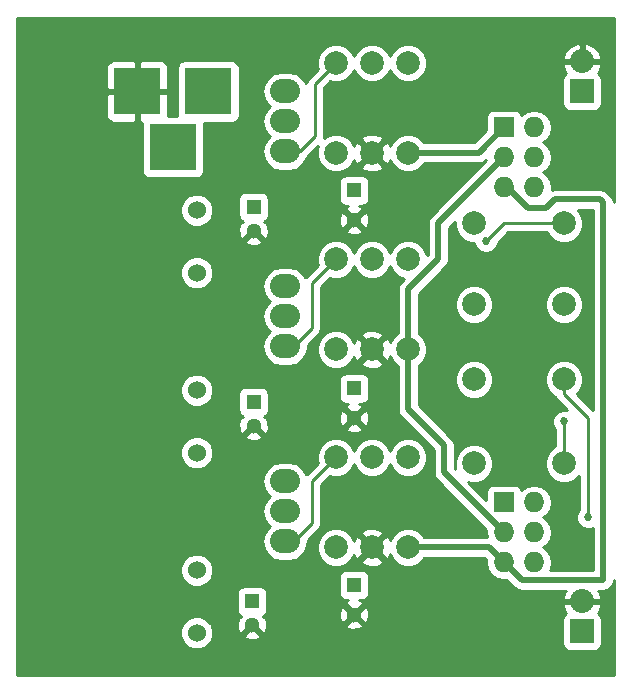
<source format=gbl>
G04 #@! TF.FileFunction,Copper,L2,Bot,Signal*
%FSLAX46Y46*%
G04 Gerber Fmt 4.6, Leading zero omitted, Abs format (unit mm)*
G04 Created by KiCad (PCBNEW 4.0.2-stable) date 2016-04-25 13:21:19*
%MOMM*%
G01*
G04 APERTURE LIST*
%ADD10C,0.100000*%
%ADD11C,1.998980*%
%ADD12R,1.300000X1.300000*%
%ADD13C,1.300000*%
%ADD14R,1.727200X1.727200*%
%ADD15O,1.727200X1.727200*%
%ADD16R,2.032000X2.032000*%
%ADD17O,2.032000X2.032000*%
%ADD18O,2.540000X2.032000*%
%ADD19C,1.524000*%
%ADD20R,4.000000X4.000000*%
%ADD21C,0.685800*%
%ADD22C,0.508000*%
%ADD23C,0.254000*%
G04 APERTURE END LIST*
D10*
D11*
X101092000Y-39116000D03*
X93472000Y-39116000D03*
D12*
X74803000Y-37719000D03*
D13*
X74803000Y-39719000D03*
D12*
X74803000Y-54229000D03*
D13*
X74803000Y-56229000D03*
D12*
X74676000Y-71120000D03*
D13*
X74676000Y-73120000D03*
D14*
X96012000Y-62738000D03*
D15*
X98552000Y-62738000D03*
X96012000Y-65278000D03*
X98552000Y-65278000D03*
X96012000Y-67818000D03*
X98552000Y-67818000D03*
D16*
X102616000Y-73660000D03*
D17*
X102616000Y-71120000D03*
D14*
X96012000Y-30988000D03*
D15*
X98552000Y-30988000D03*
X96012000Y-33528000D03*
X98552000Y-33528000D03*
X96012000Y-36068000D03*
X98552000Y-36068000D03*
D16*
X102616000Y-27940000D03*
D17*
X102616000Y-25400000D03*
D11*
X81788000Y-33147000D03*
X81788000Y-25527000D03*
X84836000Y-25527000D03*
X84836000Y-33147000D03*
X81788000Y-49784000D03*
X81788000Y-42164000D03*
X84836000Y-42164000D03*
X84836000Y-49784000D03*
X81788000Y-66548000D03*
X81788000Y-58928000D03*
X84836000Y-58928000D03*
X84836000Y-66548000D03*
X87884000Y-33147000D03*
X87884000Y-25527000D03*
X87884000Y-49784000D03*
X87884000Y-42164000D03*
X87884000Y-66548000D03*
X87884000Y-58928000D03*
X93472000Y-59436000D03*
X101092000Y-59436000D03*
X101092000Y-52324000D03*
X93472000Y-52324000D03*
X93472000Y-45974000D03*
X101092000Y-45974000D03*
D18*
X77470000Y-30480000D03*
X77470000Y-27940000D03*
X77470000Y-33020000D03*
X77470000Y-46990000D03*
X77470000Y-44450000D03*
X77470000Y-49530000D03*
X77470000Y-63500000D03*
X77470000Y-60960000D03*
X77470000Y-66040000D03*
D19*
X70000000Y-37990000D03*
X70000000Y-43290000D03*
X70000000Y-53230000D03*
X70000000Y-58530000D03*
X70000000Y-68470000D03*
X70000000Y-73770000D03*
D13*
X83312000Y-38822000D03*
D12*
X83312000Y-36322000D03*
D13*
X83312000Y-55586000D03*
D12*
X83312000Y-53086000D03*
D13*
X83312000Y-72223000D03*
D12*
X83312000Y-69723000D03*
D20*
X70970140Y-27940000D03*
X64970660Y-27940000D03*
X67970400Y-32639000D03*
D21*
X101600000Y-30988000D03*
X100584000Y-67564000D03*
X90424000Y-68072000D03*
X90424000Y-51308000D03*
X90424000Y-35052000D03*
X103124000Y-64008000D03*
X94488000Y-40640000D03*
X101092000Y-55880000D03*
D22*
X87884000Y-33147000D02*
X93853000Y-33147000D01*
X93853000Y-33147000D02*
X96012000Y-30988000D01*
X87884000Y-49784000D02*
X87884000Y-44704000D01*
X90424000Y-39116000D02*
X96012000Y-33528000D01*
X90424000Y-42164000D02*
X90424000Y-39116000D01*
X87884000Y-44704000D02*
X90424000Y-42164000D01*
X87884000Y-49784000D02*
X87884000Y-54864000D01*
X90932000Y-60198000D02*
X96012000Y-65278000D01*
X90932000Y-57912000D02*
X90932000Y-60198000D01*
X87884000Y-54864000D02*
X90932000Y-57912000D01*
X96012000Y-36068000D02*
X96266000Y-36068000D01*
X96266000Y-36068000D02*
X98044000Y-37846000D01*
X98044000Y-37846000D02*
X99568000Y-37846000D01*
X99568000Y-37846000D02*
X100330000Y-37084000D01*
X100330000Y-37084000D02*
X104140000Y-37084000D01*
X104140000Y-37084000D02*
X104394000Y-37338000D01*
X104394000Y-37338000D02*
X104394000Y-69342000D01*
X104394000Y-69342000D02*
X97536000Y-69342000D01*
X97536000Y-69342000D02*
X96012000Y-67818000D01*
X87884000Y-66548000D02*
X94742000Y-66548000D01*
X94742000Y-66548000D02*
X96012000Y-67818000D01*
D23*
X101092000Y-52324000D02*
X101092000Y-53594000D01*
X103124000Y-55626000D02*
X103124000Y-64008000D01*
X101092000Y-53594000D02*
X103124000Y-55626000D01*
X101092000Y-39116000D02*
X96012000Y-39116000D01*
X96012000Y-39116000D02*
X94488000Y-40640000D01*
X101092000Y-55880000D02*
X101092000Y-59436000D01*
X77470000Y-33020000D02*
X78740000Y-33020000D01*
X80010000Y-27305000D02*
X81788000Y-25527000D01*
X80010000Y-31750000D02*
X80010000Y-27305000D01*
X78740000Y-33020000D02*
X80010000Y-31750000D01*
X77470000Y-49530000D02*
X78232000Y-49530000D01*
X78232000Y-49530000D02*
X79756000Y-48006000D01*
X79756000Y-48006000D02*
X79756000Y-44196000D01*
X79756000Y-44196000D02*
X81788000Y-42164000D01*
X77470000Y-66040000D02*
X78232000Y-66040000D01*
X78232000Y-66040000D02*
X79756000Y-64516000D01*
X79756000Y-64516000D02*
X79756000Y-60960000D01*
X79756000Y-60960000D02*
X81788000Y-58928000D01*
G36*
X105283000Y-21744692D02*
X105283000Y-37338000D01*
X105215329Y-36997794D01*
X105022618Y-36709382D01*
X104768618Y-36455382D01*
X104698014Y-36408206D01*
X104480206Y-36262671D01*
X104140000Y-36195000D01*
X100330000Y-36195000D01*
X100043356Y-36252017D01*
X100079959Y-36068000D01*
X99965885Y-35494511D01*
X99641029Y-35008330D01*
X99326248Y-34798000D01*
X99641029Y-34587670D01*
X99965885Y-34101489D01*
X100079959Y-33528000D01*
X99965885Y-32954511D01*
X99641029Y-32468330D01*
X99326248Y-32258000D01*
X99641029Y-32047670D01*
X99965885Y-31561489D01*
X100079959Y-30988000D01*
X99965885Y-30414511D01*
X99641029Y-29928330D01*
X99154848Y-29603474D01*
X98581359Y-29489400D01*
X98522641Y-29489400D01*
X97949152Y-29603474D01*
X97483558Y-29914574D01*
X97478762Y-29889083D01*
X97339690Y-29672959D01*
X97127490Y-29527969D01*
X96875600Y-29476960D01*
X95148400Y-29476960D01*
X94913083Y-29521238D01*
X94696959Y-29660310D01*
X94551969Y-29872510D01*
X94500960Y-30124400D01*
X94500960Y-31241804D01*
X93484764Y-32258000D01*
X89285194Y-32258000D01*
X89270462Y-32222345D01*
X88811073Y-31762154D01*
X88210547Y-31512794D01*
X87560306Y-31512226D01*
X86959345Y-31760538D01*
X86499154Y-32219927D01*
X86365895Y-32540851D01*
X86254965Y-32273042D01*
X85988163Y-32174443D01*
X85015605Y-33147000D01*
X85988163Y-34119557D01*
X86254965Y-34020958D01*
X86359888Y-33738517D01*
X86497538Y-34071655D01*
X86956927Y-34531846D01*
X87557453Y-34781206D01*
X88207694Y-34781774D01*
X88808655Y-34533462D01*
X89268846Y-34074073D01*
X89284655Y-34036000D01*
X93853000Y-34036000D01*
X94193206Y-33968329D01*
X94481618Y-33775618D01*
X94524721Y-33732515D01*
X94528957Y-33753807D01*
X89795382Y-38487382D01*
X89602671Y-38775794D01*
X89535000Y-39116000D01*
X89535000Y-41795764D01*
X89510495Y-41820269D01*
X89270462Y-41239345D01*
X88811073Y-40779154D01*
X88210547Y-40529794D01*
X87560306Y-40529226D01*
X86959345Y-40777538D01*
X86499154Y-41236927D01*
X86359966Y-41572130D01*
X86222462Y-41239345D01*
X85763073Y-40779154D01*
X85162547Y-40529794D01*
X84512306Y-40529226D01*
X83911345Y-40777538D01*
X83451154Y-41236927D01*
X83311966Y-41572130D01*
X83174462Y-41239345D01*
X82715073Y-40779154D01*
X82114547Y-40529794D01*
X81464306Y-40529226D01*
X80863345Y-40777538D01*
X80403154Y-41236927D01*
X80153794Y-41837453D01*
X80153226Y-42487694D01*
X80221483Y-42652887D01*
X79217185Y-43657185D01*
X79198125Y-43685710D01*
X78928754Y-43282567D01*
X78393131Y-42924675D01*
X77761321Y-42799000D01*
X77178679Y-42799000D01*
X76546869Y-42924675D01*
X76011246Y-43282567D01*
X75653354Y-43818190D01*
X75527679Y-44450000D01*
X75653354Y-45081810D01*
X76011246Y-45617433D01*
X76164748Y-45720000D01*
X76011246Y-45822567D01*
X75653354Y-46358190D01*
X75527679Y-46990000D01*
X75653354Y-47621810D01*
X76011246Y-48157433D01*
X76164748Y-48260000D01*
X76011246Y-48362567D01*
X75653354Y-48898190D01*
X75527679Y-49530000D01*
X75653354Y-50161810D01*
X76011246Y-50697433D01*
X76546869Y-51055325D01*
X77178679Y-51181000D01*
X77761321Y-51181000D01*
X78393131Y-51055325D01*
X78928754Y-50697433D01*
X79286646Y-50161810D01*
X79297410Y-50107694D01*
X80153226Y-50107694D01*
X80401538Y-50708655D01*
X80860927Y-51168846D01*
X81461453Y-51418206D01*
X82111694Y-51418774D01*
X82712655Y-51170462D01*
X82947363Y-50936163D01*
X83863443Y-50936163D01*
X83962042Y-51202965D01*
X84571582Y-51429401D01*
X85221377Y-51405341D01*
X85709958Y-51202965D01*
X85808557Y-50936163D01*
X84836000Y-49963605D01*
X83863443Y-50936163D01*
X82947363Y-50936163D01*
X83172846Y-50711073D01*
X83306105Y-50390149D01*
X83417035Y-50657958D01*
X83683837Y-50756557D01*
X84656395Y-49784000D01*
X83683837Y-48811443D01*
X83417035Y-48910042D01*
X83312112Y-49192483D01*
X83174462Y-48859345D01*
X82947351Y-48631837D01*
X83863443Y-48631837D01*
X84836000Y-49604395D01*
X85808557Y-48631837D01*
X85709958Y-48365035D01*
X85100418Y-48138599D01*
X84450623Y-48162659D01*
X83962042Y-48365035D01*
X83863443Y-48631837D01*
X82947351Y-48631837D01*
X82715073Y-48399154D01*
X82114547Y-48149794D01*
X81464306Y-48149226D01*
X80863345Y-48397538D01*
X80403154Y-48856927D01*
X80153794Y-49457453D01*
X80153226Y-50107694D01*
X79297410Y-50107694D01*
X79412321Y-49530000D01*
X79395284Y-49444347D01*
X80294815Y-48544816D01*
X80459996Y-48297605D01*
X80518000Y-48006000D01*
X80518000Y-44511630D01*
X81298915Y-43730715D01*
X81461453Y-43798206D01*
X82111694Y-43798774D01*
X82712655Y-43550462D01*
X83172846Y-43091073D01*
X83312034Y-42755870D01*
X83449538Y-43088655D01*
X83908927Y-43548846D01*
X84509453Y-43798206D01*
X85159694Y-43798774D01*
X85760655Y-43550462D01*
X86220846Y-43091073D01*
X86360034Y-42755870D01*
X86497538Y-43088655D01*
X86956927Y-43548846D01*
X87539862Y-43790902D01*
X87255382Y-44075382D01*
X87062671Y-44363794D01*
X86995000Y-44704000D01*
X86995000Y-48382806D01*
X86959345Y-48397538D01*
X86499154Y-48856927D01*
X86365895Y-49177851D01*
X86254965Y-48910042D01*
X85988163Y-48811443D01*
X85015605Y-49784000D01*
X85988163Y-50756557D01*
X86254965Y-50657958D01*
X86359888Y-50375517D01*
X86497538Y-50708655D01*
X86956927Y-51168846D01*
X86995000Y-51184655D01*
X86995000Y-54864000D01*
X87062671Y-55204206D01*
X87196890Y-55405078D01*
X87255382Y-55492618D01*
X90043000Y-58280236D01*
X90043000Y-60198000D01*
X90110671Y-60538206D01*
X90299525Y-60820846D01*
X90303382Y-60826618D01*
X94528957Y-65052193D01*
X94484041Y-65278000D01*
X94559827Y-65659000D01*
X89285194Y-65659000D01*
X89270462Y-65623345D01*
X88811073Y-65163154D01*
X88210547Y-64913794D01*
X87560306Y-64913226D01*
X86959345Y-65161538D01*
X86499154Y-65620927D01*
X86365895Y-65941851D01*
X86254965Y-65674042D01*
X85988163Y-65575443D01*
X85015605Y-66548000D01*
X85988163Y-67520557D01*
X86254965Y-67421958D01*
X86359888Y-67139517D01*
X86497538Y-67472655D01*
X86956927Y-67932846D01*
X87557453Y-68182206D01*
X88207694Y-68182774D01*
X88808655Y-67934462D01*
X89268846Y-67475073D01*
X89284655Y-67437000D01*
X94373764Y-67437000D01*
X94528957Y-67592193D01*
X94484041Y-67818000D01*
X94598115Y-68391489D01*
X94922971Y-68877670D01*
X95409152Y-69202526D01*
X95982641Y-69316600D01*
X96041359Y-69316600D01*
X96218190Y-69281426D01*
X96907382Y-69970618D01*
X97195794Y-70163329D01*
X97536000Y-70231000D01*
X101232038Y-70231000D01*
X101209615Y-70255182D01*
X101010025Y-70737056D01*
X101129164Y-70993000D01*
X102489000Y-70993000D01*
X102489000Y-70973000D01*
X102743000Y-70973000D01*
X102743000Y-70993000D01*
X104102836Y-70993000D01*
X104221975Y-70737056D01*
X104022385Y-70255182D01*
X103999962Y-70231000D01*
X104394000Y-70231000D01*
X104734206Y-70163329D01*
X105022618Y-69970618D01*
X105215329Y-69682206D01*
X105283000Y-69342000D01*
X105283000Y-77315308D01*
X105264497Y-77343000D01*
X54737000Y-77343000D01*
X54737000Y-74046661D01*
X68602758Y-74046661D01*
X68814990Y-74560303D01*
X69207630Y-74953629D01*
X69720900Y-75166757D01*
X70276661Y-75167242D01*
X70790303Y-74955010D01*
X71183629Y-74562370D01*
X71396757Y-74049100D01*
X71396783Y-74019016D01*
X73956590Y-74019016D01*
X74012271Y-74249611D01*
X74495078Y-74417622D01*
X75005428Y-74388083D01*
X75339729Y-74249611D01*
X75395410Y-74019016D01*
X74676000Y-73299605D01*
X73956590Y-74019016D01*
X71396783Y-74019016D01*
X71397242Y-73493339D01*
X71185010Y-72979697D01*
X71144462Y-72939078D01*
X73378378Y-72939078D01*
X73407917Y-73449428D01*
X73546389Y-73783729D01*
X73776984Y-73839410D01*
X74496395Y-73120000D01*
X74482252Y-73105858D01*
X74661858Y-72926252D01*
X74676000Y-72940395D01*
X74690142Y-72926252D01*
X74869748Y-73105858D01*
X74855605Y-73120000D01*
X75575016Y-73839410D01*
X75805611Y-73783729D01*
X75973622Y-73300922D01*
X75963267Y-73122016D01*
X82592590Y-73122016D01*
X82648271Y-73352611D01*
X83131078Y-73520622D01*
X83641428Y-73491083D01*
X83975729Y-73352611D01*
X84031410Y-73122016D01*
X83312000Y-72402605D01*
X82592590Y-73122016D01*
X75963267Y-73122016D01*
X75944083Y-72790572D01*
X75805611Y-72456271D01*
X75575018Y-72400590D01*
X75676680Y-72298928D01*
X75777441Y-72234090D01*
X75908637Y-72042078D01*
X82014378Y-72042078D01*
X82043917Y-72552428D01*
X82182389Y-72886729D01*
X82412984Y-72942410D01*
X83132395Y-72223000D01*
X83491605Y-72223000D01*
X84211016Y-72942410D01*
X84441611Y-72886729D01*
X84526077Y-72644000D01*
X100952560Y-72644000D01*
X100952560Y-74676000D01*
X100996838Y-74911317D01*
X101135910Y-75127441D01*
X101348110Y-75272431D01*
X101600000Y-75323440D01*
X103632000Y-75323440D01*
X103867317Y-75279162D01*
X104083441Y-75140090D01*
X104228431Y-74927890D01*
X104279440Y-74676000D01*
X104279440Y-72644000D01*
X104235162Y-72408683D01*
X104096090Y-72192559D01*
X103933052Y-72081160D01*
X104022385Y-71984818D01*
X104221975Y-71502944D01*
X104102836Y-71247000D01*
X102743000Y-71247000D01*
X102743000Y-71267000D01*
X102489000Y-71267000D01*
X102489000Y-71247000D01*
X101129164Y-71247000D01*
X101010025Y-71502944D01*
X101209615Y-71984818D01*
X101300097Y-72082398D01*
X101148559Y-72179910D01*
X101003569Y-72392110D01*
X100952560Y-72644000D01*
X84526077Y-72644000D01*
X84609622Y-72403922D01*
X84580083Y-71893572D01*
X84441611Y-71559271D01*
X84211016Y-71503590D01*
X83491605Y-72223000D01*
X83132395Y-72223000D01*
X82412984Y-71503590D01*
X82182389Y-71559271D01*
X82014378Y-72042078D01*
X75908637Y-72042078D01*
X75922431Y-72021890D01*
X75973440Y-71770000D01*
X75973440Y-70470000D01*
X75929162Y-70234683D01*
X75790090Y-70018559D01*
X75577890Y-69873569D01*
X75326000Y-69822560D01*
X74026000Y-69822560D01*
X73790683Y-69866838D01*
X73574559Y-70005910D01*
X73429569Y-70218110D01*
X73378560Y-70470000D01*
X73378560Y-71770000D01*
X73422838Y-72005317D01*
X73561910Y-72221441D01*
X73675329Y-72298937D01*
X73776982Y-72400590D01*
X73546389Y-72456271D01*
X73378378Y-72939078D01*
X71144462Y-72939078D01*
X70792370Y-72586371D01*
X70279100Y-72373243D01*
X69723339Y-72372758D01*
X69209697Y-72584990D01*
X68816371Y-72977630D01*
X68603243Y-73490900D01*
X68602758Y-74046661D01*
X54737000Y-74046661D01*
X54737000Y-68746661D01*
X68602758Y-68746661D01*
X68814990Y-69260303D01*
X69207630Y-69653629D01*
X69720900Y-69866757D01*
X70276661Y-69867242D01*
X70790303Y-69655010D01*
X71183629Y-69262370D01*
X71262262Y-69073000D01*
X82014560Y-69073000D01*
X82014560Y-70373000D01*
X82058838Y-70608317D01*
X82197910Y-70824441D01*
X82410110Y-70969431D01*
X82662000Y-71020440D01*
X82824385Y-71020440D01*
X82648271Y-71093389D01*
X82592590Y-71323984D01*
X83312000Y-72043395D01*
X84031410Y-71323984D01*
X83975729Y-71093389D01*
X83766098Y-71020440D01*
X83962000Y-71020440D01*
X84197317Y-70976162D01*
X84413441Y-70837090D01*
X84558431Y-70624890D01*
X84609440Y-70373000D01*
X84609440Y-69073000D01*
X84565162Y-68837683D01*
X84426090Y-68621559D01*
X84213890Y-68476569D01*
X83962000Y-68425560D01*
X82662000Y-68425560D01*
X82426683Y-68469838D01*
X82210559Y-68608910D01*
X82065569Y-68821110D01*
X82014560Y-69073000D01*
X71262262Y-69073000D01*
X71396757Y-68749100D01*
X71397242Y-68193339D01*
X71185010Y-67679697D01*
X70792370Y-67286371D01*
X70279100Y-67073243D01*
X69723339Y-67072758D01*
X69209697Y-67284990D01*
X68816371Y-67677630D01*
X68603243Y-68190900D01*
X68602758Y-68746661D01*
X54737000Y-68746661D01*
X54737000Y-60960000D01*
X75527679Y-60960000D01*
X75653354Y-61591810D01*
X76011246Y-62127433D01*
X76164748Y-62230000D01*
X76011246Y-62332567D01*
X75653354Y-62868190D01*
X75527679Y-63500000D01*
X75653354Y-64131810D01*
X76011246Y-64667433D01*
X76164748Y-64770000D01*
X76011246Y-64872567D01*
X75653354Y-65408190D01*
X75527679Y-66040000D01*
X75653354Y-66671810D01*
X76011246Y-67207433D01*
X76546869Y-67565325D01*
X77178679Y-67691000D01*
X77761321Y-67691000D01*
X78393131Y-67565325D01*
X78928754Y-67207433D01*
X79153087Y-66871694D01*
X80153226Y-66871694D01*
X80401538Y-67472655D01*
X80860927Y-67932846D01*
X81461453Y-68182206D01*
X82111694Y-68182774D01*
X82712655Y-67934462D01*
X82947363Y-67700163D01*
X83863443Y-67700163D01*
X83962042Y-67966965D01*
X84571582Y-68193401D01*
X85221377Y-68169341D01*
X85709958Y-67966965D01*
X85808557Y-67700163D01*
X84836000Y-66727605D01*
X83863443Y-67700163D01*
X82947363Y-67700163D01*
X83172846Y-67475073D01*
X83306105Y-67154149D01*
X83417035Y-67421958D01*
X83683837Y-67520557D01*
X84656395Y-66548000D01*
X83683837Y-65575443D01*
X83417035Y-65674042D01*
X83312112Y-65956483D01*
X83174462Y-65623345D01*
X82947351Y-65395837D01*
X83863443Y-65395837D01*
X84836000Y-66368395D01*
X85808557Y-65395837D01*
X85709958Y-65129035D01*
X85100418Y-64902599D01*
X84450623Y-64926659D01*
X83962042Y-65129035D01*
X83863443Y-65395837D01*
X82947351Y-65395837D01*
X82715073Y-65163154D01*
X82114547Y-64913794D01*
X81464306Y-64913226D01*
X80863345Y-65161538D01*
X80403154Y-65620927D01*
X80153794Y-66221453D01*
X80153226Y-66871694D01*
X79153087Y-66871694D01*
X79286646Y-66671810D01*
X79412321Y-66040000D01*
X79395284Y-65954347D01*
X80294815Y-65054816D01*
X80459996Y-64807605D01*
X80479014Y-64711996D01*
X80518000Y-64516000D01*
X80518000Y-61275630D01*
X81298915Y-60494715D01*
X81461453Y-60562206D01*
X82111694Y-60562774D01*
X82712655Y-60314462D01*
X83172846Y-59855073D01*
X83312034Y-59519870D01*
X83449538Y-59852655D01*
X83908927Y-60312846D01*
X84509453Y-60562206D01*
X85159694Y-60562774D01*
X85760655Y-60314462D01*
X86220846Y-59855073D01*
X86360034Y-59519870D01*
X86497538Y-59852655D01*
X86956927Y-60312846D01*
X87557453Y-60562206D01*
X88207694Y-60562774D01*
X88808655Y-60314462D01*
X89268846Y-59855073D01*
X89518206Y-59254547D01*
X89518774Y-58604306D01*
X89270462Y-58003345D01*
X88811073Y-57543154D01*
X88210547Y-57293794D01*
X87560306Y-57293226D01*
X86959345Y-57541538D01*
X86499154Y-58000927D01*
X86359966Y-58336130D01*
X86222462Y-58003345D01*
X85763073Y-57543154D01*
X85162547Y-57293794D01*
X84512306Y-57293226D01*
X83911345Y-57541538D01*
X83451154Y-58000927D01*
X83311966Y-58336130D01*
X83174462Y-58003345D01*
X82715073Y-57543154D01*
X82114547Y-57293794D01*
X81464306Y-57293226D01*
X80863345Y-57541538D01*
X80403154Y-58000927D01*
X80153794Y-58601453D01*
X80153226Y-59251694D01*
X80221483Y-59416887D01*
X79290551Y-60347819D01*
X79286646Y-60328190D01*
X78928754Y-59792567D01*
X78393131Y-59434675D01*
X77761321Y-59309000D01*
X77178679Y-59309000D01*
X76546869Y-59434675D01*
X76011246Y-59792567D01*
X75653354Y-60328190D01*
X75527679Y-60960000D01*
X54737000Y-60960000D01*
X54737000Y-58806661D01*
X68602758Y-58806661D01*
X68814990Y-59320303D01*
X69207630Y-59713629D01*
X69720900Y-59926757D01*
X70276661Y-59927242D01*
X70790303Y-59715010D01*
X71183629Y-59322370D01*
X71396757Y-58809100D01*
X71397242Y-58253339D01*
X71185010Y-57739697D01*
X70792370Y-57346371D01*
X70279100Y-57133243D01*
X69723339Y-57132758D01*
X69209697Y-57344990D01*
X68816371Y-57737630D01*
X68603243Y-58250900D01*
X68602758Y-58806661D01*
X54737000Y-58806661D01*
X54737000Y-57128016D01*
X74083590Y-57128016D01*
X74139271Y-57358611D01*
X74622078Y-57526622D01*
X75132428Y-57497083D01*
X75466729Y-57358611D01*
X75522410Y-57128016D01*
X74803000Y-56408605D01*
X74083590Y-57128016D01*
X54737000Y-57128016D01*
X54737000Y-56048078D01*
X73505378Y-56048078D01*
X73534917Y-56558428D01*
X73673389Y-56892729D01*
X73903984Y-56948410D01*
X74623395Y-56229000D01*
X74609252Y-56214858D01*
X74788858Y-56035252D01*
X74803000Y-56049395D01*
X74817142Y-56035252D01*
X74996748Y-56214858D01*
X74982605Y-56229000D01*
X75702016Y-56948410D01*
X75932611Y-56892729D01*
X76074490Y-56485016D01*
X82592590Y-56485016D01*
X82648271Y-56715611D01*
X83131078Y-56883622D01*
X83641428Y-56854083D01*
X83975729Y-56715611D01*
X84031410Y-56485016D01*
X83312000Y-55765605D01*
X82592590Y-56485016D01*
X76074490Y-56485016D01*
X76100622Y-56409922D01*
X76071083Y-55899572D01*
X75932611Y-55565271D01*
X75702018Y-55509590D01*
X75803680Y-55407928D01*
X75808109Y-55405078D01*
X82014378Y-55405078D01*
X82043917Y-55915428D01*
X82182389Y-56249729D01*
X82412984Y-56305410D01*
X83132395Y-55586000D01*
X83491605Y-55586000D01*
X84211016Y-56305410D01*
X84441611Y-56249729D01*
X84609622Y-55766922D01*
X84580083Y-55256572D01*
X84441611Y-54922271D01*
X84211016Y-54866590D01*
X83491605Y-55586000D01*
X83132395Y-55586000D01*
X82412984Y-54866590D01*
X82182389Y-54922271D01*
X82014378Y-55405078D01*
X75808109Y-55405078D01*
X75904441Y-55343090D01*
X76049431Y-55130890D01*
X76100440Y-54879000D01*
X76100440Y-53579000D01*
X76056162Y-53343683D01*
X75917090Y-53127559D01*
X75704890Y-52982569D01*
X75453000Y-52931560D01*
X74153000Y-52931560D01*
X73917683Y-52975838D01*
X73701559Y-53114910D01*
X73556569Y-53327110D01*
X73505560Y-53579000D01*
X73505560Y-54879000D01*
X73549838Y-55114317D01*
X73688910Y-55330441D01*
X73802329Y-55407937D01*
X73903982Y-55509590D01*
X73673389Y-55565271D01*
X73505378Y-56048078D01*
X54737000Y-56048078D01*
X54737000Y-53506661D01*
X68602758Y-53506661D01*
X68814990Y-54020303D01*
X69207630Y-54413629D01*
X69720900Y-54626757D01*
X70276661Y-54627242D01*
X70790303Y-54415010D01*
X71183629Y-54022370D01*
X71396757Y-53509100D01*
X71397242Y-52953339D01*
X71185010Y-52439697D01*
X71181320Y-52436000D01*
X82014560Y-52436000D01*
X82014560Y-53736000D01*
X82058838Y-53971317D01*
X82197910Y-54187441D01*
X82410110Y-54332431D01*
X82662000Y-54383440D01*
X82824385Y-54383440D01*
X82648271Y-54456389D01*
X82592590Y-54686984D01*
X83312000Y-55406395D01*
X84031410Y-54686984D01*
X83975729Y-54456389D01*
X83766098Y-54383440D01*
X83962000Y-54383440D01*
X84197317Y-54339162D01*
X84413441Y-54200090D01*
X84558431Y-53987890D01*
X84609440Y-53736000D01*
X84609440Y-52436000D01*
X84565162Y-52200683D01*
X84426090Y-51984559D01*
X84213890Y-51839569D01*
X83962000Y-51788560D01*
X82662000Y-51788560D01*
X82426683Y-51832838D01*
X82210559Y-51971910D01*
X82065569Y-52184110D01*
X82014560Y-52436000D01*
X71181320Y-52436000D01*
X70792370Y-52046371D01*
X70279100Y-51833243D01*
X69723339Y-51832758D01*
X69209697Y-52044990D01*
X68816371Y-52437630D01*
X68603243Y-52950900D01*
X68602758Y-53506661D01*
X54737000Y-53506661D01*
X54737000Y-43566661D01*
X68602758Y-43566661D01*
X68814990Y-44080303D01*
X69207630Y-44473629D01*
X69720900Y-44686757D01*
X70276661Y-44687242D01*
X70790303Y-44475010D01*
X71183629Y-44082370D01*
X71396757Y-43569100D01*
X71397242Y-43013339D01*
X71185010Y-42499697D01*
X70792370Y-42106371D01*
X70279100Y-41893243D01*
X69723339Y-41892758D01*
X69209697Y-42104990D01*
X68816371Y-42497630D01*
X68603243Y-43010900D01*
X68602758Y-43566661D01*
X54737000Y-43566661D01*
X54737000Y-40618016D01*
X74083590Y-40618016D01*
X74139271Y-40848611D01*
X74622078Y-41016622D01*
X75132428Y-40987083D01*
X75466729Y-40848611D01*
X75522410Y-40618016D01*
X74803000Y-39898605D01*
X74083590Y-40618016D01*
X54737000Y-40618016D01*
X54737000Y-39538078D01*
X73505378Y-39538078D01*
X73534917Y-40048428D01*
X73673389Y-40382729D01*
X73903984Y-40438410D01*
X74623395Y-39719000D01*
X74609252Y-39704858D01*
X74788858Y-39525252D01*
X74803000Y-39539395D01*
X74817142Y-39525252D01*
X74996748Y-39704858D01*
X74982605Y-39719000D01*
X75702016Y-40438410D01*
X75932611Y-40382729D01*
X76100622Y-39899922D01*
X76090267Y-39721016D01*
X82592590Y-39721016D01*
X82648271Y-39951611D01*
X83131078Y-40119622D01*
X83641428Y-40090083D01*
X83975729Y-39951611D01*
X84031410Y-39721016D01*
X83312000Y-39001605D01*
X82592590Y-39721016D01*
X76090267Y-39721016D01*
X76071083Y-39389572D01*
X75932611Y-39055271D01*
X75702018Y-38999590D01*
X75803680Y-38897928D01*
X75904441Y-38833090D01*
X76035637Y-38641078D01*
X82014378Y-38641078D01*
X82043917Y-39151428D01*
X82182389Y-39485729D01*
X82412984Y-39541410D01*
X83132395Y-38822000D01*
X83491605Y-38822000D01*
X84211016Y-39541410D01*
X84441611Y-39485729D01*
X84609622Y-39002922D01*
X84580083Y-38492572D01*
X84441611Y-38158271D01*
X84211016Y-38102590D01*
X83491605Y-38822000D01*
X83132395Y-38822000D01*
X82412984Y-38102590D01*
X82182389Y-38158271D01*
X82014378Y-38641078D01*
X76035637Y-38641078D01*
X76049431Y-38620890D01*
X76100440Y-38369000D01*
X76100440Y-37069000D01*
X76056162Y-36833683D01*
X75917090Y-36617559D01*
X75704890Y-36472569D01*
X75453000Y-36421560D01*
X74153000Y-36421560D01*
X73917683Y-36465838D01*
X73701559Y-36604910D01*
X73556569Y-36817110D01*
X73505560Y-37069000D01*
X73505560Y-38369000D01*
X73549838Y-38604317D01*
X73688910Y-38820441D01*
X73802329Y-38897937D01*
X73903982Y-38999590D01*
X73673389Y-39055271D01*
X73505378Y-39538078D01*
X54737000Y-39538078D01*
X54737000Y-38266661D01*
X68602758Y-38266661D01*
X68814990Y-38780303D01*
X69207630Y-39173629D01*
X69720900Y-39386757D01*
X70276661Y-39387242D01*
X70790303Y-39175010D01*
X71183629Y-38782370D01*
X71396757Y-38269100D01*
X71397242Y-37713339D01*
X71185010Y-37199697D01*
X70792370Y-36806371D01*
X70279100Y-36593243D01*
X69723339Y-36592758D01*
X69209697Y-36804990D01*
X68816371Y-37197630D01*
X68603243Y-37710900D01*
X68602758Y-38266661D01*
X54737000Y-38266661D01*
X54737000Y-35672000D01*
X82014560Y-35672000D01*
X82014560Y-36972000D01*
X82058838Y-37207317D01*
X82197910Y-37423441D01*
X82410110Y-37568431D01*
X82662000Y-37619440D01*
X82824385Y-37619440D01*
X82648271Y-37692389D01*
X82592590Y-37922984D01*
X83312000Y-38642395D01*
X84031410Y-37922984D01*
X83975729Y-37692389D01*
X83766098Y-37619440D01*
X83962000Y-37619440D01*
X84197317Y-37575162D01*
X84413441Y-37436090D01*
X84558431Y-37223890D01*
X84609440Y-36972000D01*
X84609440Y-35672000D01*
X84565162Y-35436683D01*
X84426090Y-35220559D01*
X84213890Y-35075569D01*
X83962000Y-35024560D01*
X82662000Y-35024560D01*
X82426683Y-35068838D01*
X82210559Y-35207910D01*
X82065569Y-35420110D01*
X82014560Y-35672000D01*
X54737000Y-35672000D01*
X54737000Y-28225750D01*
X62335660Y-28225750D01*
X62335660Y-30066310D01*
X62432333Y-30299699D01*
X62610962Y-30478327D01*
X62844351Y-30575000D01*
X64684910Y-30575000D01*
X64843660Y-30416250D01*
X64843660Y-28067000D01*
X65097660Y-28067000D01*
X65097660Y-30416250D01*
X65256410Y-30575000D01*
X65335920Y-30575000D01*
X65322960Y-30639000D01*
X65322960Y-34639000D01*
X65367238Y-34874317D01*
X65506310Y-35090441D01*
X65718510Y-35235431D01*
X65970400Y-35286440D01*
X69970400Y-35286440D01*
X70205717Y-35242162D01*
X70421841Y-35103090D01*
X70566831Y-34890890D01*
X70617840Y-34639000D01*
X70617840Y-30639000D01*
X70608138Y-30587440D01*
X72970140Y-30587440D01*
X73205457Y-30543162D01*
X73421581Y-30404090D01*
X73566571Y-30191890D01*
X73617580Y-29940000D01*
X73617580Y-27940000D01*
X75527679Y-27940000D01*
X75653354Y-28571810D01*
X76011246Y-29107433D01*
X76164748Y-29210000D01*
X76011246Y-29312567D01*
X75653354Y-29848190D01*
X75527679Y-30480000D01*
X75653354Y-31111810D01*
X76011246Y-31647433D01*
X76164748Y-31750000D01*
X76011246Y-31852567D01*
X75653354Y-32388190D01*
X75527679Y-33020000D01*
X75653354Y-33651810D01*
X76011246Y-34187433D01*
X76546869Y-34545325D01*
X77178679Y-34671000D01*
X77761321Y-34671000D01*
X78393131Y-34545325D01*
X78928754Y-34187433D01*
X79286646Y-33651810D01*
X79311681Y-33525949D01*
X80250804Y-32586827D01*
X80153794Y-32820453D01*
X80153226Y-33470694D01*
X80401538Y-34071655D01*
X80860927Y-34531846D01*
X81461453Y-34781206D01*
X82111694Y-34781774D01*
X82712655Y-34533462D01*
X82947363Y-34299163D01*
X83863443Y-34299163D01*
X83962042Y-34565965D01*
X84571582Y-34792401D01*
X85221377Y-34768341D01*
X85709958Y-34565965D01*
X85808557Y-34299163D01*
X84836000Y-33326605D01*
X83863443Y-34299163D01*
X82947363Y-34299163D01*
X83172846Y-34074073D01*
X83306105Y-33753149D01*
X83417035Y-34020958D01*
X83683837Y-34119557D01*
X84656395Y-33147000D01*
X83683837Y-32174443D01*
X83417035Y-32273042D01*
X83312112Y-32555483D01*
X83174462Y-32222345D01*
X82947351Y-31994837D01*
X83863443Y-31994837D01*
X84836000Y-32967395D01*
X85808557Y-31994837D01*
X85709958Y-31728035D01*
X85100418Y-31501599D01*
X84450623Y-31525659D01*
X83962042Y-31728035D01*
X83863443Y-31994837D01*
X82947351Y-31994837D01*
X82715073Y-31762154D01*
X82114547Y-31512794D01*
X81464306Y-31512226D01*
X80863345Y-31760538D01*
X80746753Y-31876927D01*
X80772000Y-31750000D01*
X80772000Y-27620630D01*
X81298916Y-27093715D01*
X81461453Y-27161206D01*
X82111694Y-27161774D01*
X82712655Y-26913462D01*
X83172846Y-26454073D01*
X83312034Y-26118870D01*
X83449538Y-26451655D01*
X83908927Y-26911846D01*
X84509453Y-27161206D01*
X85159694Y-27161774D01*
X85760655Y-26913462D01*
X86220846Y-26454073D01*
X86360034Y-26118870D01*
X86497538Y-26451655D01*
X86956927Y-26911846D01*
X87557453Y-27161206D01*
X88207694Y-27161774D01*
X88783151Y-26924000D01*
X100952560Y-26924000D01*
X100952560Y-28956000D01*
X100996838Y-29191317D01*
X101135910Y-29407441D01*
X101348110Y-29552431D01*
X101600000Y-29603440D01*
X103632000Y-29603440D01*
X103867317Y-29559162D01*
X104083441Y-29420090D01*
X104228431Y-29207890D01*
X104279440Y-28956000D01*
X104279440Y-26924000D01*
X104235162Y-26688683D01*
X104096090Y-26472559D01*
X103933052Y-26361160D01*
X104022385Y-26264818D01*
X104221975Y-25782944D01*
X104102836Y-25527000D01*
X102743000Y-25527000D01*
X102743000Y-25547000D01*
X102489000Y-25547000D01*
X102489000Y-25527000D01*
X101129164Y-25527000D01*
X101010025Y-25782944D01*
X101209615Y-26264818D01*
X101300097Y-26362398D01*
X101148559Y-26459910D01*
X101003569Y-26672110D01*
X100952560Y-26924000D01*
X88783151Y-26924000D01*
X88808655Y-26913462D01*
X89268846Y-26454073D01*
X89518206Y-25853547D01*
X89518774Y-25203306D01*
X89441818Y-25017056D01*
X101010025Y-25017056D01*
X101129164Y-25273000D01*
X102489000Y-25273000D01*
X102489000Y-23912633D01*
X102743000Y-23912633D01*
X102743000Y-25273000D01*
X104102836Y-25273000D01*
X104221975Y-25017056D01*
X104022385Y-24535182D01*
X103584379Y-24062812D01*
X102998946Y-23794017D01*
X102743000Y-23912633D01*
X102489000Y-23912633D01*
X102233054Y-23794017D01*
X101647621Y-24062812D01*
X101209615Y-24535182D01*
X101010025Y-25017056D01*
X89441818Y-25017056D01*
X89270462Y-24602345D01*
X88811073Y-24142154D01*
X88210547Y-23892794D01*
X87560306Y-23892226D01*
X86959345Y-24140538D01*
X86499154Y-24599927D01*
X86359966Y-24935130D01*
X86222462Y-24602345D01*
X85763073Y-24142154D01*
X85162547Y-23892794D01*
X84512306Y-23892226D01*
X83911345Y-24140538D01*
X83451154Y-24599927D01*
X83311966Y-24935130D01*
X83174462Y-24602345D01*
X82715073Y-24142154D01*
X82114547Y-23892794D01*
X81464306Y-23892226D01*
X80863345Y-24140538D01*
X80403154Y-24599927D01*
X80153794Y-25200453D01*
X80153226Y-25850694D01*
X80221482Y-26015887D01*
X79471185Y-26766185D01*
X79306004Y-27013395D01*
X79256377Y-27262889D01*
X78928754Y-26772567D01*
X78393131Y-26414675D01*
X77761321Y-26289000D01*
X77178679Y-26289000D01*
X76546869Y-26414675D01*
X76011246Y-26772567D01*
X75653354Y-27308190D01*
X75527679Y-27940000D01*
X73617580Y-27940000D01*
X73617580Y-25940000D01*
X73573302Y-25704683D01*
X73434230Y-25488559D01*
X73222030Y-25343569D01*
X72970140Y-25292560D01*
X68970140Y-25292560D01*
X68734823Y-25336838D01*
X68518699Y-25475910D01*
X68373709Y-25688110D01*
X68322700Y-25940000D01*
X68322700Y-29940000D01*
X68332402Y-29991560D01*
X67605660Y-29991560D01*
X67605660Y-28225750D01*
X67446910Y-28067000D01*
X65097660Y-28067000D01*
X64843660Y-28067000D01*
X62494410Y-28067000D01*
X62335660Y-28225750D01*
X54737000Y-28225750D01*
X54737000Y-25813690D01*
X62335660Y-25813690D01*
X62335660Y-27654250D01*
X62494410Y-27813000D01*
X64843660Y-27813000D01*
X64843660Y-25463750D01*
X65097660Y-25463750D01*
X65097660Y-27813000D01*
X67446910Y-27813000D01*
X67605660Y-27654250D01*
X67605660Y-25813690D01*
X67508987Y-25580301D01*
X67330358Y-25401673D01*
X67096969Y-25305000D01*
X65256410Y-25305000D01*
X65097660Y-25463750D01*
X64843660Y-25463750D01*
X64684910Y-25305000D01*
X62844351Y-25305000D01*
X62610962Y-25401673D01*
X62432333Y-25580301D01*
X62335660Y-25813690D01*
X54737000Y-25813690D01*
X54737000Y-21717000D01*
X105264497Y-21717000D01*
X105283000Y-21744692D01*
X105283000Y-21744692D01*
G37*
X105283000Y-21744692D02*
X105283000Y-37338000D01*
X105215329Y-36997794D01*
X105022618Y-36709382D01*
X104768618Y-36455382D01*
X104698014Y-36408206D01*
X104480206Y-36262671D01*
X104140000Y-36195000D01*
X100330000Y-36195000D01*
X100043356Y-36252017D01*
X100079959Y-36068000D01*
X99965885Y-35494511D01*
X99641029Y-35008330D01*
X99326248Y-34798000D01*
X99641029Y-34587670D01*
X99965885Y-34101489D01*
X100079959Y-33528000D01*
X99965885Y-32954511D01*
X99641029Y-32468330D01*
X99326248Y-32258000D01*
X99641029Y-32047670D01*
X99965885Y-31561489D01*
X100079959Y-30988000D01*
X99965885Y-30414511D01*
X99641029Y-29928330D01*
X99154848Y-29603474D01*
X98581359Y-29489400D01*
X98522641Y-29489400D01*
X97949152Y-29603474D01*
X97483558Y-29914574D01*
X97478762Y-29889083D01*
X97339690Y-29672959D01*
X97127490Y-29527969D01*
X96875600Y-29476960D01*
X95148400Y-29476960D01*
X94913083Y-29521238D01*
X94696959Y-29660310D01*
X94551969Y-29872510D01*
X94500960Y-30124400D01*
X94500960Y-31241804D01*
X93484764Y-32258000D01*
X89285194Y-32258000D01*
X89270462Y-32222345D01*
X88811073Y-31762154D01*
X88210547Y-31512794D01*
X87560306Y-31512226D01*
X86959345Y-31760538D01*
X86499154Y-32219927D01*
X86365895Y-32540851D01*
X86254965Y-32273042D01*
X85988163Y-32174443D01*
X85015605Y-33147000D01*
X85988163Y-34119557D01*
X86254965Y-34020958D01*
X86359888Y-33738517D01*
X86497538Y-34071655D01*
X86956927Y-34531846D01*
X87557453Y-34781206D01*
X88207694Y-34781774D01*
X88808655Y-34533462D01*
X89268846Y-34074073D01*
X89284655Y-34036000D01*
X93853000Y-34036000D01*
X94193206Y-33968329D01*
X94481618Y-33775618D01*
X94524721Y-33732515D01*
X94528957Y-33753807D01*
X89795382Y-38487382D01*
X89602671Y-38775794D01*
X89535000Y-39116000D01*
X89535000Y-41795764D01*
X89510495Y-41820269D01*
X89270462Y-41239345D01*
X88811073Y-40779154D01*
X88210547Y-40529794D01*
X87560306Y-40529226D01*
X86959345Y-40777538D01*
X86499154Y-41236927D01*
X86359966Y-41572130D01*
X86222462Y-41239345D01*
X85763073Y-40779154D01*
X85162547Y-40529794D01*
X84512306Y-40529226D01*
X83911345Y-40777538D01*
X83451154Y-41236927D01*
X83311966Y-41572130D01*
X83174462Y-41239345D01*
X82715073Y-40779154D01*
X82114547Y-40529794D01*
X81464306Y-40529226D01*
X80863345Y-40777538D01*
X80403154Y-41236927D01*
X80153794Y-41837453D01*
X80153226Y-42487694D01*
X80221483Y-42652887D01*
X79217185Y-43657185D01*
X79198125Y-43685710D01*
X78928754Y-43282567D01*
X78393131Y-42924675D01*
X77761321Y-42799000D01*
X77178679Y-42799000D01*
X76546869Y-42924675D01*
X76011246Y-43282567D01*
X75653354Y-43818190D01*
X75527679Y-44450000D01*
X75653354Y-45081810D01*
X76011246Y-45617433D01*
X76164748Y-45720000D01*
X76011246Y-45822567D01*
X75653354Y-46358190D01*
X75527679Y-46990000D01*
X75653354Y-47621810D01*
X76011246Y-48157433D01*
X76164748Y-48260000D01*
X76011246Y-48362567D01*
X75653354Y-48898190D01*
X75527679Y-49530000D01*
X75653354Y-50161810D01*
X76011246Y-50697433D01*
X76546869Y-51055325D01*
X77178679Y-51181000D01*
X77761321Y-51181000D01*
X78393131Y-51055325D01*
X78928754Y-50697433D01*
X79286646Y-50161810D01*
X79297410Y-50107694D01*
X80153226Y-50107694D01*
X80401538Y-50708655D01*
X80860927Y-51168846D01*
X81461453Y-51418206D01*
X82111694Y-51418774D01*
X82712655Y-51170462D01*
X82947363Y-50936163D01*
X83863443Y-50936163D01*
X83962042Y-51202965D01*
X84571582Y-51429401D01*
X85221377Y-51405341D01*
X85709958Y-51202965D01*
X85808557Y-50936163D01*
X84836000Y-49963605D01*
X83863443Y-50936163D01*
X82947363Y-50936163D01*
X83172846Y-50711073D01*
X83306105Y-50390149D01*
X83417035Y-50657958D01*
X83683837Y-50756557D01*
X84656395Y-49784000D01*
X83683837Y-48811443D01*
X83417035Y-48910042D01*
X83312112Y-49192483D01*
X83174462Y-48859345D01*
X82947351Y-48631837D01*
X83863443Y-48631837D01*
X84836000Y-49604395D01*
X85808557Y-48631837D01*
X85709958Y-48365035D01*
X85100418Y-48138599D01*
X84450623Y-48162659D01*
X83962042Y-48365035D01*
X83863443Y-48631837D01*
X82947351Y-48631837D01*
X82715073Y-48399154D01*
X82114547Y-48149794D01*
X81464306Y-48149226D01*
X80863345Y-48397538D01*
X80403154Y-48856927D01*
X80153794Y-49457453D01*
X80153226Y-50107694D01*
X79297410Y-50107694D01*
X79412321Y-49530000D01*
X79395284Y-49444347D01*
X80294815Y-48544816D01*
X80459996Y-48297605D01*
X80518000Y-48006000D01*
X80518000Y-44511630D01*
X81298915Y-43730715D01*
X81461453Y-43798206D01*
X82111694Y-43798774D01*
X82712655Y-43550462D01*
X83172846Y-43091073D01*
X83312034Y-42755870D01*
X83449538Y-43088655D01*
X83908927Y-43548846D01*
X84509453Y-43798206D01*
X85159694Y-43798774D01*
X85760655Y-43550462D01*
X86220846Y-43091073D01*
X86360034Y-42755870D01*
X86497538Y-43088655D01*
X86956927Y-43548846D01*
X87539862Y-43790902D01*
X87255382Y-44075382D01*
X87062671Y-44363794D01*
X86995000Y-44704000D01*
X86995000Y-48382806D01*
X86959345Y-48397538D01*
X86499154Y-48856927D01*
X86365895Y-49177851D01*
X86254965Y-48910042D01*
X85988163Y-48811443D01*
X85015605Y-49784000D01*
X85988163Y-50756557D01*
X86254965Y-50657958D01*
X86359888Y-50375517D01*
X86497538Y-50708655D01*
X86956927Y-51168846D01*
X86995000Y-51184655D01*
X86995000Y-54864000D01*
X87062671Y-55204206D01*
X87196890Y-55405078D01*
X87255382Y-55492618D01*
X90043000Y-58280236D01*
X90043000Y-60198000D01*
X90110671Y-60538206D01*
X90299525Y-60820846D01*
X90303382Y-60826618D01*
X94528957Y-65052193D01*
X94484041Y-65278000D01*
X94559827Y-65659000D01*
X89285194Y-65659000D01*
X89270462Y-65623345D01*
X88811073Y-65163154D01*
X88210547Y-64913794D01*
X87560306Y-64913226D01*
X86959345Y-65161538D01*
X86499154Y-65620927D01*
X86365895Y-65941851D01*
X86254965Y-65674042D01*
X85988163Y-65575443D01*
X85015605Y-66548000D01*
X85988163Y-67520557D01*
X86254965Y-67421958D01*
X86359888Y-67139517D01*
X86497538Y-67472655D01*
X86956927Y-67932846D01*
X87557453Y-68182206D01*
X88207694Y-68182774D01*
X88808655Y-67934462D01*
X89268846Y-67475073D01*
X89284655Y-67437000D01*
X94373764Y-67437000D01*
X94528957Y-67592193D01*
X94484041Y-67818000D01*
X94598115Y-68391489D01*
X94922971Y-68877670D01*
X95409152Y-69202526D01*
X95982641Y-69316600D01*
X96041359Y-69316600D01*
X96218190Y-69281426D01*
X96907382Y-69970618D01*
X97195794Y-70163329D01*
X97536000Y-70231000D01*
X101232038Y-70231000D01*
X101209615Y-70255182D01*
X101010025Y-70737056D01*
X101129164Y-70993000D01*
X102489000Y-70993000D01*
X102489000Y-70973000D01*
X102743000Y-70973000D01*
X102743000Y-70993000D01*
X104102836Y-70993000D01*
X104221975Y-70737056D01*
X104022385Y-70255182D01*
X103999962Y-70231000D01*
X104394000Y-70231000D01*
X104734206Y-70163329D01*
X105022618Y-69970618D01*
X105215329Y-69682206D01*
X105283000Y-69342000D01*
X105283000Y-77315308D01*
X105264497Y-77343000D01*
X54737000Y-77343000D01*
X54737000Y-74046661D01*
X68602758Y-74046661D01*
X68814990Y-74560303D01*
X69207630Y-74953629D01*
X69720900Y-75166757D01*
X70276661Y-75167242D01*
X70790303Y-74955010D01*
X71183629Y-74562370D01*
X71396757Y-74049100D01*
X71396783Y-74019016D01*
X73956590Y-74019016D01*
X74012271Y-74249611D01*
X74495078Y-74417622D01*
X75005428Y-74388083D01*
X75339729Y-74249611D01*
X75395410Y-74019016D01*
X74676000Y-73299605D01*
X73956590Y-74019016D01*
X71396783Y-74019016D01*
X71397242Y-73493339D01*
X71185010Y-72979697D01*
X71144462Y-72939078D01*
X73378378Y-72939078D01*
X73407917Y-73449428D01*
X73546389Y-73783729D01*
X73776984Y-73839410D01*
X74496395Y-73120000D01*
X74482252Y-73105858D01*
X74661858Y-72926252D01*
X74676000Y-72940395D01*
X74690142Y-72926252D01*
X74869748Y-73105858D01*
X74855605Y-73120000D01*
X75575016Y-73839410D01*
X75805611Y-73783729D01*
X75973622Y-73300922D01*
X75963267Y-73122016D01*
X82592590Y-73122016D01*
X82648271Y-73352611D01*
X83131078Y-73520622D01*
X83641428Y-73491083D01*
X83975729Y-73352611D01*
X84031410Y-73122016D01*
X83312000Y-72402605D01*
X82592590Y-73122016D01*
X75963267Y-73122016D01*
X75944083Y-72790572D01*
X75805611Y-72456271D01*
X75575018Y-72400590D01*
X75676680Y-72298928D01*
X75777441Y-72234090D01*
X75908637Y-72042078D01*
X82014378Y-72042078D01*
X82043917Y-72552428D01*
X82182389Y-72886729D01*
X82412984Y-72942410D01*
X83132395Y-72223000D01*
X83491605Y-72223000D01*
X84211016Y-72942410D01*
X84441611Y-72886729D01*
X84526077Y-72644000D01*
X100952560Y-72644000D01*
X100952560Y-74676000D01*
X100996838Y-74911317D01*
X101135910Y-75127441D01*
X101348110Y-75272431D01*
X101600000Y-75323440D01*
X103632000Y-75323440D01*
X103867317Y-75279162D01*
X104083441Y-75140090D01*
X104228431Y-74927890D01*
X104279440Y-74676000D01*
X104279440Y-72644000D01*
X104235162Y-72408683D01*
X104096090Y-72192559D01*
X103933052Y-72081160D01*
X104022385Y-71984818D01*
X104221975Y-71502944D01*
X104102836Y-71247000D01*
X102743000Y-71247000D01*
X102743000Y-71267000D01*
X102489000Y-71267000D01*
X102489000Y-71247000D01*
X101129164Y-71247000D01*
X101010025Y-71502944D01*
X101209615Y-71984818D01*
X101300097Y-72082398D01*
X101148559Y-72179910D01*
X101003569Y-72392110D01*
X100952560Y-72644000D01*
X84526077Y-72644000D01*
X84609622Y-72403922D01*
X84580083Y-71893572D01*
X84441611Y-71559271D01*
X84211016Y-71503590D01*
X83491605Y-72223000D01*
X83132395Y-72223000D01*
X82412984Y-71503590D01*
X82182389Y-71559271D01*
X82014378Y-72042078D01*
X75908637Y-72042078D01*
X75922431Y-72021890D01*
X75973440Y-71770000D01*
X75973440Y-70470000D01*
X75929162Y-70234683D01*
X75790090Y-70018559D01*
X75577890Y-69873569D01*
X75326000Y-69822560D01*
X74026000Y-69822560D01*
X73790683Y-69866838D01*
X73574559Y-70005910D01*
X73429569Y-70218110D01*
X73378560Y-70470000D01*
X73378560Y-71770000D01*
X73422838Y-72005317D01*
X73561910Y-72221441D01*
X73675329Y-72298937D01*
X73776982Y-72400590D01*
X73546389Y-72456271D01*
X73378378Y-72939078D01*
X71144462Y-72939078D01*
X70792370Y-72586371D01*
X70279100Y-72373243D01*
X69723339Y-72372758D01*
X69209697Y-72584990D01*
X68816371Y-72977630D01*
X68603243Y-73490900D01*
X68602758Y-74046661D01*
X54737000Y-74046661D01*
X54737000Y-68746661D01*
X68602758Y-68746661D01*
X68814990Y-69260303D01*
X69207630Y-69653629D01*
X69720900Y-69866757D01*
X70276661Y-69867242D01*
X70790303Y-69655010D01*
X71183629Y-69262370D01*
X71262262Y-69073000D01*
X82014560Y-69073000D01*
X82014560Y-70373000D01*
X82058838Y-70608317D01*
X82197910Y-70824441D01*
X82410110Y-70969431D01*
X82662000Y-71020440D01*
X82824385Y-71020440D01*
X82648271Y-71093389D01*
X82592590Y-71323984D01*
X83312000Y-72043395D01*
X84031410Y-71323984D01*
X83975729Y-71093389D01*
X83766098Y-71020440D01*
X83962000Y-71020440D01*
X84197317Y-70976162D01*
X84413441Y-70837090D01*
X84558431Y-70624890D01*
X84609440Y-70373000D01*
X84609440Y-69073000D01*
X84565162Y-68837683D01*
X84426090Y-68621559D01*
X84213890Y-68476569D01*
X83962000Y-68425560D01*
X82662000Y-68425560D01*
X82426683Y-68469838D01*
X82210559Y-68608910D01*
X82065569Y-68821110D01*
X82014560Y-69073000D01*
X71262262Y-69073000D01*
X71396757Y-68749100D01*
X71397242Y-68193339D01*
X71185010Y-67679697D01*
X70792370Y-67286371D01*
X70279100Y-67073243D01*
X69723339Y-67072758D01*
X69209697Y-67284990D01*
X68816371Y-67677630D01*
X68603243Y-68190900D01*
X68602758Y-68746661D01*
X54737000Y-68746661D01*
X54737000Y-60960000D01*
X75527679Y-60960000D01*
X75653354Y-61591810D01*
X76011246Y-62127433D01*
X76164748Y-62230000D01*
X76011246Y-62332567D01*
X75653354Y-62868190D01*
X75527679Y-63500000D01*
X75653354Y-64131810D01*
X76011246Y-64667433D01*
X76164748Y-64770000D01*
X76011246Y-64872567D01*
X75653354Y-65408190D01*
X75527679Y-66040000D01*
X75653354Y-66671810D01*
X76011246Y-67207433D01*
X76546869Y-67565325D01*
X77178679Y-67691000D01*
X77761321Y-67691000D01*
X78393131Y-67565325D01*
X78928754Y-67207433D01*
X79153087Y-66871694D01*
X80153226Y-66871694D01*
X80401538Y-67472655D01*
X80860927Y-67932846D01*
X81461453Y-68182206D01*
X82111694Y-68182774D01*
X82712655Y-67934462D01*
X82947363Y-67700163D01*
X83863443Y-67700163D01*
X83962042Y-67966965D01*
X84571582Y-68193401D01*
X85221377Y-68169341D01*
X85709958Y-67966965D01*
X85808557Y-67700163D01*
X84836000Y-66727605D01*
X83863443Y-67700163D01*
X82947363Y-67700163D01*
X83172846Y-67475073D01*
X83306105Y-67154149D01*
X83417035Y-67421958D01*
X83683837Y-67520557D01*
X84656395Y-66548000D01*
X83683837Y-65575443D01*
X83417035Y-65674042D01*
X83312112Y-65956483D01*
X83174462Y-65623345D01*
X82947351Y-65395837D01*
X83863443Y-65395837D01*
X84836000Y-66368395D01*
X85808557Y-65395837D01*
X85709958Y-65129035D01*
X85100418Y-64902599D01*
X84450623Y-64926659D01*
X83962042Y-65129035D01*
X83863443Y-65395837D01*
X82947351Y-65395837D01*
X82715073Y-65163154D01*
X82114547Y-64913794D01*
X81464306Y-64913226D01*
X80863345Y-65161538D01*
X80403154Y-65620927D01*
X80153794Y-66221453D01*
X80153226Y-66871694D01*
X79153087Y-66871694D01*
X79286646Y-66671810D01*
X79412321Y-66040000D01*
X79395284Y-65954347D01*
X80294815Y-65054816D01*
X80459996Y-64807605D01*
X80479014Y-64711996D01*
X80518000Y-64516000D01*
X80518000Y-61275630D01*
X81298915Y-60494715D01*
X81461453Y-60562206D01*
X82111694Y-60562774D01*
X82712655Y-60314462D01*
X83172846Y-59855073D01*
X83312034Y-59519870D01*
X83449538Y-59852655D01*
X83908927Y-60312846D01*
X84509453Y-60562206D01*
X85159694Y-60562774D01*
X85760655Y-60314462D01*
X86220846Y-59855073D01*
X86360034Y-59519870D01*
X86497538Y-59852655D01*
X86956927Y-60312846D01*
X87557453Y-60562206D01*
X88207694Y-60562774D01*
X88808655Y-60314462D01*
X89268846Y-59855073D01*
X89518206Y-59254547D01*
X89518774Y-58604306D01*
X89270462Y-58003345D01*
X88811073Y-57543154D01*
X88210547Y-57293794D01*
X87560306Y-57293226D01*
X86959345Y-57541538D01*
X86499154Y-58000927D01*
X86359966Y-58336130D01*
X86222462Y-58003345D01*
X85763073Y-57543154D01*
X85162547Y-57293794D01*
X84512306Y-57293226D01*
X83911345Y-57541538D01*
X83451154Y-58000927D01*
X83311966Y-58336130D01*
X83174462Y-58003345D01*
X82715073Y-57543154D01*
X82114547Y-57293794D01*
X81464306Y-57293226D01*
X80863345Y-57541538D01*
X80403154Y-58000927D01*
X80153794Y-58601453D01*
X80153226Y-59251694D01*
X80221483Y-59416887D01*
X79290551Y-60347819D01*
X79286646Y-60328190D01*
X78928754Y-59792567D01*
X78393131Y-59434675D01*
X77761321Y-59309000D01*
X77178679Y-59309000D01*
X76546869Y-59434675D01*
X76011246Y-59792567D01*
X75653354Y-60328190D01*
X75527679Y-60960000D01*
X54737000Y-60960000D01*
X54737000Y-58806661D01*
X68602758Y-58806661D01*
X68814990Y-59320303D01*
X69207630Y-59713629D01*
X69720900Y-59926757D01*
X70276661Y-59927242D01*
X70790303Y-59715010D01*
X71183629Y-59322370D01*
X71396757Y-58809100D01*
X71397242Y-58253339D01*
X71185010Y-57739697D01*
X70792370Y-57346371D01*
X70279100Y-57133243D01*
X69723339Y-57132758D01*
X69209697Y-57344990D01*
X68816371Y-57737630D01*
X68603243Y-58250900D01*
X68602758Y-58806661D01*
X54737000Y-58806661D01*
X54737000Y-57128016D01*
X74083590Y-57128016D01*
X74139271Y-57358611D01*
X74622078Y-57526622D01*
X75132428Y-57497083D01*
X75466729Y-57358611D01*
X75522410Y-57128016D01*
X74803000Y-56408605D01*
X74083590Y-57128016D01*
X54737000Y-57128016D01*
X54737000Y-56048078D01*
X73505378Y-56048078D01*
X73534917Y-56558428D01*
X73673389Y-56892729D01*
X73903984Y-56948410D01*
X74623395Y-56229000D01*
X74609252Y-56214858D01*
X74788858Y-56035252D01*
X74803000Y-56049395D01*
X74817142Y-56035252D01*
X74996748Y-56214858D01*
X74982605Y-56229000D01*
X75702016Y-56948410D01*
X75932611Y-56892729D01*
X76074490Y-56485016D01*
X82592590Y-56485016D01*
X82648271Y-56715611D01*
X83131078Y-56883622D01*
X83641428Y-56854083D01*
X83975729Y-56715611D01*
X84031410Y-56485016D01*
X83312000Y-55765605D01*
X82592590Y-56485016D01*
X76074490Y-56485016D01*
X76100622Y-56409922D01*
X76071083Y-55899572D01*
X75932611Y-55565271D01*
X75702018Y-55509590D01*
X75803680Y-55407928D01*
X75808109Y-55405078D01*
X82014378Y-55405078D01*
X82043917Y-55915428D01*
X82182389Y-56249729D01*
X82412984Y-56305410D01*
X83132395Y-55586000D01*
X83491605Y-55586000D01*
X84211016Y-56305410D01*
X84441611Y-56249729D01*
X84609622Y-55766922D01*
X84580083Y-55256572D01*
X84441611Y-54922271D01*
X84211016Y-54866590D01*
X83491605Y-55586000D01*
X83132395Y-55586000D01*
X82412984Y-54866590D01*
X82182389Y-54922271D01*
X82014378Y-55405078D01*
X75808109Y-55405078D01*
X75904441Y-55343090D01*
X76049431Y-55130890D01*
X76100440Y-54879000D01*
X76100440Y-53579000D01*
X76056162Y-53343683D01*
X75917090Y-53127559D01*
X75704890Y-52982569D01*
X75453000Y-52931560D01*
X74153000Y-52931560D01*
X73917683Y-52975838D01*
X73701559Y-53114910D01*
X73556569Y-53327110D01*
X73505560Y-53579000D01*
X73505560Y-54879000D01*
X73549838Y-55114317D01*
X73688910Y-55330441D01*
X73802329Y-55407937D01*
X73903982Y-55509590D01*
X73673389Y-55565271D01*
X73505378Y-56048078D01*
X54737000Y-56048078D01*
X54737000Y-53506661D01*
X68602758Y-53506661D01*
X68814990Y-54020303D01*
X69207630Y-54413629D01*
X69720900Y-54626757D01*
X70276661Y-54627242D01*
X70790303Y-54415010D01*
X71183629Y-54022370D01*
X71396757Y-53509100D01*
X71397242Y-52953339D01*
X71185010Y-52439697D01*
X71181320Y-52436000D01*
X82014560Y-52436000D01*
X82014560Y-53736000D01*
X82058838Y-53971317D01*
X82197910Y-54187441D01*
X82410110Y-54332431D01*
X82662000Y-54383440D01*
X82824385Y-54383440D01*
X82648271Y-54456389D01*
X82592590Y-54686984D01*
X83312000Y-55406395D01*
X84031410Y-54686984D01*
X83975729Y-54456389D01*
X83766098Y-54383440D01*
X83962000Y-54383440D01*
X84197317Y-54339162D01*
X84413441Y-54200090D01*
X84558431Y-53987890D01*
X84609440Y-53736000D01*
X84609440Y-52436000D01*
X84565162Y-52200683D01*
X84426090Y-51984559D01*
X84213890Y-51839569D01*
X83962000Y-51788560D01*
X82662000Y-51788560D01*
X82426683Y-51832838D01*
X82210559Y-51971910D01*
X82065569Y-52184110D01*
X82014560Y-52436000D01*
X71181320Y-52436000D01*
X70792370Y-52046371D01*
X70279100Y-51833243D01*
X69723339Y-51832758D01*
X69209697Y-52044990D01*
X68816371Y-52437630D01*
X68603243Y-52950900D01*
X68602758Y-53506661D01*
X54737000Y-53506661D01*
X54737000Y-43566661D01*
X68602758Y-43566661D01*
X68814990Y-44080303D01*
X69207630Y-44473629D01*
X69720900Y-44686757D01*
X70276661Y-44687242D01*
X70790303Y-44475010D01*
X71183629Y-44082370D01*
X71396757Y-43569100D01*
X71397242Y-43013339D01*
X71185010Y-42499697D01*
X70792370Y-42106371D01*
X70279100Y-41893243D01*
X69723339Y-41892758D01*
X69209697Y-42104990D01*
X68816371Y-42497630D01*
X68603243Y-43010900D01*
X68602758Y-43566661D01*
X54737000Y-43566661D01*
X54737000Y-40618016D01*
X74083590Y-40618016D01*
X74139271Y-40848611D01*
X74622078Y-41016622D01*
X75132428Y-40987083D01*
X75466729Y-40848611D01*
X75522410Y-40618016D01*
X74803000Y-39898605D01*
X74083590Y-40618016D01*
X54737000Y-40618016D01*
X54737000Y-39538078D01*
X73505378Y-39538078D01*
X73534917Y-40048428D01*
X73673389Y-40382729D01*
X73903984Y-40438410D01*
X74623395Y-39719000D01*
X74609252Y-39704858D01*
X74788858Y-39525252D01*
X74803000Y-39539395D01*
X74817142Y-39525252D01*
X74996748Y-39704858D01*
X74982605Y-39719000D01*
X75702016Y-40438410D01*
X75932611Y-40382729D01*
X76100622Y-39899922D01*
X76090267Y-39721016D01*
X82592590Y-39721016D01*
X82648271Y-39951611D01*
X83131078Y-40119622D01*
X83641428Y-40090083D01*
X83975729Y-39951611D01*
X84031410Y-39721016D01*
X83312000Y-39001605D01*
X82592590Y-39721016D01*
X76090267Y-39721016D01*
X76071083Y-39389572D01*
X75932611Y-39055271D01*
X75702018Y-38999590D01*
X75803680Y-38897928D01*
X75904441Y-38833090D01*
X76035637Y-38641078D01*
X82014378Y-38641078D01*
X82043917Y-39151428D01*
X82182389Y-39485729D01*
X82412984Y-39541410D01*
X83132395Y-38822000D01*
X83491605Y-38822000D01*
X84211016Y-39541410D01*
X84441611Y-39485729D01*
X84609622Y-39002922D01*
X84580083Y-38492572D01*
X84441611Y-38158271D01*
X84211016Y-38102590D01*
X83491605Y-38822000D01*
X83132395Y-38822000D01*
X82412984Y-38102590D01*
X82182389Y-38158271D01*
X82014378Y-38641078D01*
X76035637Y-38641078D01*
X76049431Y-38620890D01*
X76100440Y-38369000D01*
X76100440Y-37069000D01*
X76056162Y-36833683D01*
X75917090Y-36617559D01*
X75704890Y-36472569D01*
X75453000Y-36421560D01*
X74153000Y-36421560D01*
X73917683Y-36465838D01*
X73701559Y-36604910D01*
X73556569Y-36817110D01*
X73505560Y-37069000D01*
X73505560Y-38369000D01*
X73549838Y-38604317D01*
X73688910Y-38820441D01*
X73802329Y-38897937D01*
X73903982Y-38999590D01*
X73673389Y-39055271D01*
X73505378Y-39538078D01*
X54737000Y-39538078D01*
X54737000Y-38266661D01*
X68602758Y-38266661D01*
X68814990Y-38780303D01*
X69207630Y-39173629D01*
X69720900Y-39386757D01*
X70276661Y-39387242D01*
X70790303Y-39175010D01*
X71183629Y-38782370D01*
X71396757Y-38269100D01*
X71397242Y-37713339D01*
X71185010Y-37199697D01*
X70792370Y-36806371D01*
X70279100Y-36593243D01*
X69723339Y-36592758D01*
X69209697Y-36804990D01*
X68816371Y-37197630D01*
X68603243Y-37710900D01*
X68602758Y-38266661D01*
X54737000Y-38266661D01*
X54737000Y-35672000D01*
X82014560Y-35672000D01*
X82014560Y-36972000D01*
X82058838Y-37207317D01*
X82197910Y-37423441D01*
X82410110Y-37568431D01*
X82662000Y-37619440D01*
X82824385Y-37619440D01*
X82648271Y-37692389D01*
X82592590Y-37922984D01*
X83312000Y-38642395D01*
X84031410Y-37922984D01*
X83975729Y-37692389D01*
X83766098Y-37619440D01*
X83962000Y-37619440D01*
X84197317Y-37575162D01*
X84413441Y-37436090D01*
X84558431Y-37223890D01*
X84609440Y-36972000D01*
X84609440Y-35672000D01*
X84565162Y-35436683D01*
X84426090Y-35220559D01*
X84213890Y-35075569D01*
X83962000Y-35024560D01*
X82662000Y-35024560D01*
X82426683Y-35068838D01*
X82210559Y-35207910D01*
X82065569Y-35420110D01*
X82014560Y-35672000D01*
X54737000Y-35672000D01*
X54737000Y-28225750D01*
X62335660Y-28225750D01*
X62335660Y-30066310D01*
X62432333Y-30299699D01*
X62610962Y-30478327D01*
X62844351Y-30575000D01*
X64684910Y-30575000D01*
X64843660Y-30416250D01*
X64843660Y-28067000D01*
X65097660Y-28067000D01*
X65097660Y-30416250D01*
X65256410Y-30575000D01*
X65335920Y-30575000D01*
X65322960Y-30639000D01*
X65322960Y-34639000D01*
X65367238Y-34874317D01*
X65506310Y-35090441D01*
X65718510Y-35235431D01*
X65970400Y-35286440D01*
X69970400Y-35286440D01*
X70205717Y-35242162D01*
X70421841Y-35103090D01*
X70566831Y-34890890D01*
X70617840Y-34639000D01*
X70617840Y-30639000D01*
X70608138Y-30587440D01*
X72970140Y-30587440D01*
X73205457Y-30543162D01*
X73421581Y-30404090D01*
X73566571Y-30191890D01*
X73617580Y-29940000D01*
X73617580Y-27940000D01*
X75527679Y-27940000D01*
X75653354Y-28571810D01*
X76011246Y-29107433D01*
X76164748Y-29210000D01*
X76011246Y-29312567D01*
X75653354Y-29848190D01*
X75527679Y-30480000D01*
X75653354Y-31111810D01*
X76011246Y-31647433D01*
X76164748Y-31750000D01*
X76011246Y-31852567D01*
X75653354Y-32388190D01*
X75527679Y-33020000D01*
X75653354Y-33651810D01*
X76011246Y-34187433D01*
X76546869Y-34545325D01*
X77178679Y-34671000D01*
X77761321Y-34671000D01*
X78393131Y-34545325D01*
X78928754Y-34187433D01*
X79286646Y-33651810D01*
X79311681Y-33525949D01*
X80250804Y-32586827D01*
X80153794Y-32820453D01*
X80153226Y-33470694D01*
X80401538Y-34071655D01*
X80860927Y-34531846D01*
X81461453Y-34781206D01*
X82111694Y-34781774D01*
X82712655Y-34533462D01*
X82947363Y-34299163D01*
X83863443Y-34299163D01*
X83962042Y-34565965D01*
X84571582Y-34792401D01*
X85221377Y-34768341D01*
X85709958Y-34565965D01*
X85808557Y-34299163D01*
X84836000Y-33326605D01*
X83863443Y-34299163D01*
X82947363Y-34299163D01*
X83172846Y-34074073D01*
X83306105Y-33753149D01*
X83417035Y-34020958D01*
X83683837Y-34119557D01*
X84656395Y-33147000D01*
X83683837Y-32174443D01*
X83417035Y-32273042D01*
X83312112Y-32555483D01*
X83174462Y-32222345D01*
X82947351Y-31994837D01*
X83863443Y-31994837D01*
X84836000Y-32967395D01*
X85808557Y-31994837D01*
X85709958Y-31728035D01*
X85100418Y-31501599D01*
X84450623Y-31525659D01*
X83962042Y-31728035D01*
X83863443Y-31994837D01*
X82947351Y-31994837D01*
X82715073Y-31762154D01*
X82114547Y-31512794D01*
X81464306Y-31512226D01*
X80863345Y-31760538D01*
X80746753Y-31876927D01*
X80772000Y-31750000D01*
X80772000Y-27620630D01*
X81298916Y-27093715D01*
X81461453Y-27161206D01*
X82111694Y-27161774D01*
X82712655Y-26913462D01*
X83172846Y-26454073D01*
X83312034Y-26118870D01*
X83449538Y-26451655D01*
X83908927Y-26911846D01*
X84509453Y-27161206D01*
X85159694Y-27161774D01*
X85760655Y-26913462D01*
X86220846Y-26454073D01*
X86360034Y-26118870D01*
X86497538Y-26451655D01*
X86956927Y-26911846D01*
X87557453Y-27161206D01*
X88207694Y-27161774D01*
X88783151Y-26924000D01*
X100952560Y-26924000D01*
X100952560Y-28956000D01*
X100996838Y-29191317D01*
X101135910Y-29407441D01*
X101348110Y-29552431D01*
X101600000Y-29603440D01*
X103632000Y-29603440D01*
X103867317Y-29559162D01*
X104083441Y-29420090D01*
X104228431Y-29207890D01*
X104279440Y-28956000D01*
X104279440Y-26924000D01*
X104235162Y-26688683D01*
X104096090Y-26472559D01*
X103933052Y-26361160D01*
X104022385Y-26264818D01*
X104221975Y-25782944D01*
X104102836Y-25527000D01*
X102743000Y-25527000D01*
X102743000Y-25547000D01*
X102489000Y-25547000D01*
X102489000Y-25527000D01*
X101129164Y-25527000D01*
X101010025Y-25782944D01*
X101209615Y-26264818D01*
X101300097Y-26362398D01*
X101148559Y-26459910D01*
X101003569Y-26672110D01*
X100952560Y-26924000D01*
X88783151Y-26924000D01*
X88808655Y-26913462D01*
X89268846Y-26454073D01*
X89518206Y-25853547D01*
X89518774Y-25203306D01*
X89441818Y-25017056D01*
X101010025Y-25017056D01*
X101129164Y-25273000D01*
X102489000Y-25273000D01*
X102489000Y-23912633D01*
X102743000Y-23912633D01*
X102743000Y-25273000D01*
X104102836Y-25273000D01*
X104221975Y-25017056D01*
X104022385Y-24535182D01*
X103584379Y-24062812D01*
X102998946Y-23794017D01*
X102743000Y-23912633D01*
X102489000Y-23912633D01*
X102233054Y-23794017D01*
X101647621Y-24062812D01*
X101209615Y-24535182D01*
X101010025Y-25017056D01*
X89441818Y-25017056D01*
X89270462Y-24602345D01*
X88811073Y-24142154D01*
X88210547Y-23892794D01*
X87560306Y-23892226D01*
X86959345Y-24140538D01*
X86499154Y-24599927D01*
X86359966Y-24935130D01*
X86222462Y-24602345D01*
X85763073Y-24142154D01*
X85162547Y-23892794D01*
X84512306Y-23892226D01*
X83911345Y-24140538D01*
X83451154Y-24599927D01*
X83311966Y-24935130D01*
X83174462Y-24602345D01*
X82715073Y-24142154D01*
X82114547Y-23892794D01*
X81464306Y-23892226D01*
X80863345Y-24140538D01*
X80403154Y-24599927D01*
X80153794Y-25200453D01*
X80153226Y-25850694D01*
X80221482Y-26015887D01*
X79471185Y-26766185D01*
X79306004Y-27013395D01*
X79256377Y-27262889D01*
X78928754Y-26772567D01*
X78393131Y-26414675D01*
X77761321Y-26289000D01*
X77178679Y-26289000D01*
X76546869Y-26414675D01*
X76011246Y-26772567D01*
X75653354Y-27308190D01*
X75527679Y-27940000D01*
X73617580Y-27940000D01*
X73617580Y-25940000D01*
X73573302Y-25704683D01*
X73434230Y-25488559D01*
X73222030Y-25343569D01*
X72970140Y-25292560D01*
X68970140Y-25292560D01*
X68734823Y-25336838D01*
X68518699Y-25475910D01*
X68373709Y-25688110D01*
X68322700Y-25940000D01*
X68322700Y-29940000D01*
X68332402Y-29991560D01*
X67605660Y-29991560D01*
X67605660Y-28225750D01*
X67446910Y-28067000D01*
X65097660Y-28067000D01*
X64843660Y-28067000D01*
X62494410Y-28067000D01*
X62335660Y-28225750D01*
X54737000Y-28225750D01*
X54737000Y-25813690D01*
X62335660Y-25813690D01*
X62335660Y-27654250D01*
X62494410Y-27813000D01*
X64843660Y-27813000D01*
X64843660Y-25463750D01*
X65097660Y-25463750D01*
X65097660Y-27813000D01*
X67446910Y-27813000D01*
X67605660Y-27654250D01*
X67605660Y-25813690D01*
X67508987Y-25580301D01*
X67330358Y-25401673D01*
X67096969Y-25305000D01*
X65256410Y-25305000D01*
X65097660Y-25463750D01*
X64843660Y-25463750D01*
X64684910Y-25305000D01*
X62844351Y-25305000D01*
X62610962Y-25401673D01*
X62432333Y-25580301D01*
X62335660Y-25813690D01*
X54737000Y-25813690D01*
X54737000Y-21717000D01*
X105264497Y-21717000D01*
X105283000Y-21744692D01*
G36*
X103505000Y-54929370D02*
X102151491Y-53575861D01*
X102476846Y-53251073D01*
X102726206Y-52650547D01*
X102726774Y-52000306D01*
X102478462Y-51399345D01*
X102019073Y-50939154D01*
X101418547Y-50689794D01*
X100768306Y-50689226D01*
X100167345Y-50937538D01*
X99707154Y-51396927D01*
X99457794Y-51997453D01*
X99457226Y-52647694D01*
X99705538Y-53248655D01*
X100164927Y-53708846D01*
X100369763Y-53793901D01*
X100388004Y-53885605D01*
X100447736Y-53975000D01*
X100553185Y-54132815D01*
X101347685Y-54927315D01*
X101287370Y-54902270D01*
X100898337Y-54901931D01*
X100538788Y-55050493D01*
X100263460Y-55325341D01*
X100114270Y-55684630D01*
X100113931Y-56073663D01*
X100262493Y-56433212D01*
X100330000Y-56500837D01*
X100330000Y-57982330D01*
X100167345Y-58049538D01*
X99707154Y-58508927D01*
X99457794Y-59109453D01*
X99457226Y-59759694D01*
X99705538Y-60360655D01*
X100164927Y-60820846D01*
X100765453Y-61070206D01*
X101415694Y-61070774D01*
X102016655Y-60822462D01*
X102362000Y-60477719D01*
X102362000Y-63386917D01*
X102295460Y-63453341D01*
X102146270Y-63812630D01*
X102145931Y-64201663D01*
X102294493Y-64561212D01*
X102569341Y-64836540D01*
X102928630Y-64985730D01*
X103317663Y-64986069D01*
X103505000Y-64908663D01*
X103505000Y-68453000D01*
X99924785Y-68453000D01*
X99965885Y-68391489D01*
X100079959Y-67818000D01*
X99965885Y-67244511D01*
X99641029Y-66758330D01*
X99326248Y-66548000D01*
X99641029Y-66337670D01*
X99965885Y-65851489D01*
X100079959Y-65278000D01*
X99965885Y-64704511D01*
X99641029Y-64218330D01*
X99326248Y-64008000D01*
X99641029Y-63797670D01*
X99965885Y-63311489D01*
X100079959Y-62738000D01*
X99965885Y-62164511D01*
X99641029Y-61678330D01*
X99154848Y-61353474D01*
X98581359Y-61239400D01*
X98522641Y-61239400D01*
X97949152Y-61353474D01*
X97483558Y-61664574D01*
X97478762Y-61639083D01*
X97339690Y-61422959D01*
X97127490Y-61277969D01*
X96875600Y-61226960D01*
X95148400Y-61226960D01*
X94913083Y-61271238D01*
X94696959Y-61410310D01*
X94551969Y-61622510D01*
X94500960Y-61874400D01*
X94500960Y-62509724D01*
X93001787Y-61010551D01*
X93145453Y-61070206D01*
X93795694Y-61070774D01*
X94396655Y-60822462D01*
X94856846Y-60363073D01*
X95106206Y-59762547D01*
X95106774Y-59112306D01*
X94858462Y-58511345D01*
X94399073Y-58051154D01*
X93798547Y-57801794D01*
X93148306Y-57801226D01*
X92547345Y-58049538D01*
X92087154Y-58508927D01*
X91837794Y-59109453D01*
X91837226Y-59759694D01*
X91897990Y-59906754D01*
X91821000Y-59829764D01*
X91821000Y-57912000D01*
X91753329Y-57571794D01*
X91560618Y-57283382D01*
X88773000Y-54495764D01*
X88773000Y-52647694D01*
X91837226Y-52647694D01*
X92085538Y-53248655D01*
X92544927Y-53708846D01*
X93145453Y-53958206D01*
X93795694Y-53958774D01*
X94396655Y-53710462D01*
X94856846Y-53251073D01*
X95106206Y-52650547D01*
X95106774Y-52000306D01*
X94858462Y-51399345D01*
X94399073Y-50939154D01*
X93798547Y-50689794D01*
X93148306Y-50689226D01*
X92547345Y-50937538D01*
X92087154Y-51396927D01*
X91837794Y-51997453D01*
X91837226Y-52647694D01*
X88773000Y-52647694D01*
X88773000Y-51185194D01*
X88808655Y-51170462D01*
X89268846Y-50711073D01*
X89518206Y-50110547D01*
X89518774Y-49460306D01*
X89270462Y-48859345D01*
X88811073Y-48399154D01*
X88773000Y-48383345D01*
X88773000Y-46297694D01*
X91837226Y-46297694D01*
X92085538Y-46898655D01*
X92544927Y-47358846D01*
X93145453Y-47608206D01*
X93795694Y-47608774D01*
X94396655Y-47360462D01*
X94856846Y-46901073D01*
X95106206Y-46300547D01*
X95106208Y-46297694D01*
X99457226Y-46297694D01*
X99705538Y-46898655D01*
X100164927Y-47358846D01*
X100765453Y-47608206D01*
X101415694Y-47608774D01*
X102016655Y-47360462D01*
X102476846Y-46901073D01*
X102726206Y-46300547D01*
X102726774Y-45650306D01*
X102478462Y-45049345D01*
X102019073Y-44589154D01*
X101418547Y-44339794D01*
X100768306Y-44339226D01*
X100167345Y-44587538D01*
X99707154Y-45046927D01*
X99457794Y-45647453D01*
X99457226Y-46297694D01*
X95106208Y-46297694D01*
X95106774Y-45650306D01*
X94858462Y-45049345D01*
X94399073Y-44589154D01*
X93798547Y-44339794D01*
X93148306Y-44339226D01*
X92547345Y-44587538D01*
X92087154Y-45046927D01*
X91837794Y-45647453D01*
X91837226Y-46297694D01*
X88773000Y-46297694D01*
X88773000Y-45072236D01*
X91052618Y-42792618D01*
X91245329Y-42504206D01*
X91313000Y-42164000D01*
X91313000Y-39484236D01*
X91837645Y-38959591D01*
X91837226Y-39439694D01*
X92085538Y-40040655D01*
X92544927Y-40500846D01*
X93145453Y-40750206D01*
X93510003Y-40750524D01*
X93509931Y-40833663D01*
X93658493Y-41193212D01*
X93933341Y-41468540D01*
X94292630Y-41617730D01*
X94681663Y-41618069D01*
X95041212Y-41469507D01*
X95316540Y-41194659D01*
X95465730Y-40835370D01*
X95465813Y-40739817D01*
X96327631Y-39878000D01*
X99638330Y-39878000D01*
X99705538Y-40040655D01*
X100164927Y-40500846D01*
X100765453Y-40750206D01*
X101415694Y-40750774D01*
X102016655Y-40502462D01*
X102476846Y-40043073D01*
X102726206Y-39442547D01*
X102726774Y-38792306D01*
X102478462Y-38191345D01*
X102260498Y-37973000D01*
X103505000Y-37973000D01*
X103505000Y-54929370D01*
X103505000Y-54929370D01*
G37*
X103505000Y-54929370D02*
X102151491Y-53575861D01*
X102476846Y-53251073D01*
X102726206Y-52650547D01*
X102726774Y-52000306D01*
X102478462Y-51399345D01*
X102019073Y-50939154D01*
X101418547Y-50689794D01*
X100768306Y-50689226D01*
X100167345Y-50937538D01*
X99707154Y-51396927D01*
X99457794Y-51997453D01*
X99457226Y-52647694D01*
X99705538Y-53248655D01*
X100164927Y-53708846D01*
X100369763Y-53793901D01*
X100388004Y-53885605D01*
X100447736Y-53975000D01*
X100553185Y-54132815D01*
X101347685Y-54927315D01*
X101287370Y-54902270D01*
X100898337Y-54901931D01*
X100538788Y-55050493D01*
X100263460Y-55325341D01*
X100114270Y-55684630D01*
X100113931Y-56073663D01*
X100262493Y-56433212D01*
X100330000Y-56500837D01*
X100330000Y-57982330D01*
X100167345Y-58049538D01*
X99707154Y-58508927D01*
X99457794Y-59109453D01*
X99457226Y-59759694D01*
X99705538Y-60360655D01*
X100164927Y-60820846D01*
X100765453Y-61070206D01*
X101415694Y-61070774D01*
X102016655Y-60822462D01*
X102362000Y-60477719D01*
X102362000Y-63386917D01*
X102295460Y-63453341D01*
X102146270Y-63812630D01*
X102145931Y-64201663D01*
X102294493Y-64561212D01*
X102569341Y-64836540D01*
X102928630Y-64985730D01*
X103317663Y-64986069D01*
X103505000Y-64908663D01*
X103505000Y-68453000D01*
X99924785Y-68453000D01*
X99965885Y-68391489D01*
X100079959Y-67818000D01*
X99965885Y-67244511D01*
X99641029Y-66758330D01*
X99326248Y-66548000D01*
X99641029Y-66337670D01*
X99965885Y-65851489D01*
X100079959Y-65278000D01*
X99965885Y-64704511D01*
X99641029Y-64218330D01*
X99326248Y-64008000D01*
X99641029Y-63797670D01*
X99965885Y-63311489D01*
X100079959Y-62738000D01*
X99965885Y-62164511D01*
X99641029Y-61678330D01*
X99154848Y-61353474D01*
X98581359Y-61239400D01*
X98522641Y-61239400D01*
X97949152Y-61353474D01*
X97483558Y-61664574D01*
X97478762Y-61639083D01*
X97339690Y-61422959D01*
X97127490Y-61277969D01*
X96875600Y-61226960D01*
X95148400Y-61226960D01*
X94913083Y-61271238D01*
X94696959Y-61410310D01*
X94551969Y-61622510D01*
X94500960Y-61874400D01*
X94500960Y-62509724D01*
X93001787Y-61010551D01*
X93145453Y-61070206D01*
X93795694Y-61070774D01*
X94396655Y-60822462D01*
X94856846Y-60363073D01*
X95106206Y-59762547D01*
X95106774Y-59112306D01*
X94858462Y-58511345D01*
X94399073Y-58051154D01*
X93798547Y-57801794D01*
X93148306Y-57801226D01*
X92547345Y-58049538D01*
X92087154Y-58508927D01*
X91837794Y-59109453D01*
X91837226Y-59759694D01*
X91897990Y-59906754D01*
X91821000Y-59829764D01*
X91821000Y-57912000D01*
X91753329Y-57571794D01*
X91560618Y-57283382D01*
X88773000Y-54495764D01*
X88773000Y-52647694D01*
X91837226Y-52647694D01*
X92085538Y-53248655D01*
X92544927Y-53708846D01*
X93145453Y-53958206D01*
X93795694Y-53958774D01*
X94396655Y-53710462D01*
X94856846Y-53251073D01*
X95106206Y-52650547D01*
X95106774Y-52000306D01*
X94858462Y-51399345D01*
X94399073Y-50939154D01*
X93798547Y-50689794D01*
X93148306Y-50689226D01*
X92547345Y-50937538D01*
X92087154Y-51396927D01*
X91837794Y-51997453D01*
X91837226Y-52647694D01*
X88773000Y-52647694D01*
X88773000Y-51185194D01*
X88808655Y-51170462D01*
X89268846Y-50711073D01*
X89518206Y-50110547D01*
X89518774Y-49460306D01*
X89270462Y-48859345D01*
X88811073Y-48399154D01*
X88773000Y-48383345D01*
X88773000Y-46297694D01*
X91837226Y-46297694D01*
X92085538Y-46898655D01*
X92544927Y-47358846D01*
X93145453Y-47608206D01*
X93795694Y-47608774D01*
X94396655Y-47360462D01*
X94856846Y-46901073D01*
X95106206Y-46300547D01*
X95106208Y-46297694D01*
X99457226Y-46297694D01*
X99705538Y-46898655D01*
X100164927Y-47358846D01*
X100765453Y-47608206D01*
X101415694Y-47608774D01*
X102016655Y-47360462D01*
X102476846Y-46901073D01*
X102726206Y-46300547D01*
X102726774Y-45650306D01*
X102478462Y-45049345D01*
X102019073Y-44589154D01*
X101418547Y-44339794D01*
X100768306Y-44339226D01*
X100167345Y-44587538D01*
X99707154Y-45046927D01*
X99457794Y-45647453D01*
X99457226Y-46297694D01*
X95106208Y-46297694D01*
X95106774Y-45650306D01*
X94858462Y-45049345D01*
X94399073Y-44589154D01*
X93798547Y-44339794D01*
X93148306Y-44339226D01*
X92547345Y-44587538D01*
X92087154Y-45046927D01*
X91837794Y-45647453D01*
X91837226Y-46297694D01*
X88773000Y-46297694D01*
X88773000Y-45072236D01*
X91052618Y-42792618D01*
X91245329Y-42504206D01*
X91313000Y-42164000D01*
X91313000Y-39484236D01*
X91837645Y-38959591D01*
X91837226Y-39439694D01*
X92085538Y-40040655D01*
X92544927Y-40500846D01*
X93145453Y-40750206D01*
X93510003Y-40750524D01*
X93509931Y-40833663D01*
X93658493Y-41193212D01*
X93933341Y-41468540D01*
X94292630Y-41617730D01*
X94681663Y-41618069D01*
X95041212Y-41469507D01*
X95316540Y-41194659D01*
X95465730Y-40835370D01*
X95465813Y-40739817D01*
X96327631Y-39878000D01*
X99638330Y-39878000D01*
X99705538Y-40040655D01*
X100164927Y-40500846D01*
X100765453Y-40750206D01*
X101415694Y-40750774D01*
X102016655Y-40502462D01*
X102476846Y-40043073D01*
X102726206Y-39442547D01*
X102726774Y-38792306D01*
X102478462Y-38191345D01*
X102260498Y-37973000D01*
X103505000Y-37973000D01*
X103505000Y-54929370D01*
M02*

</source>
